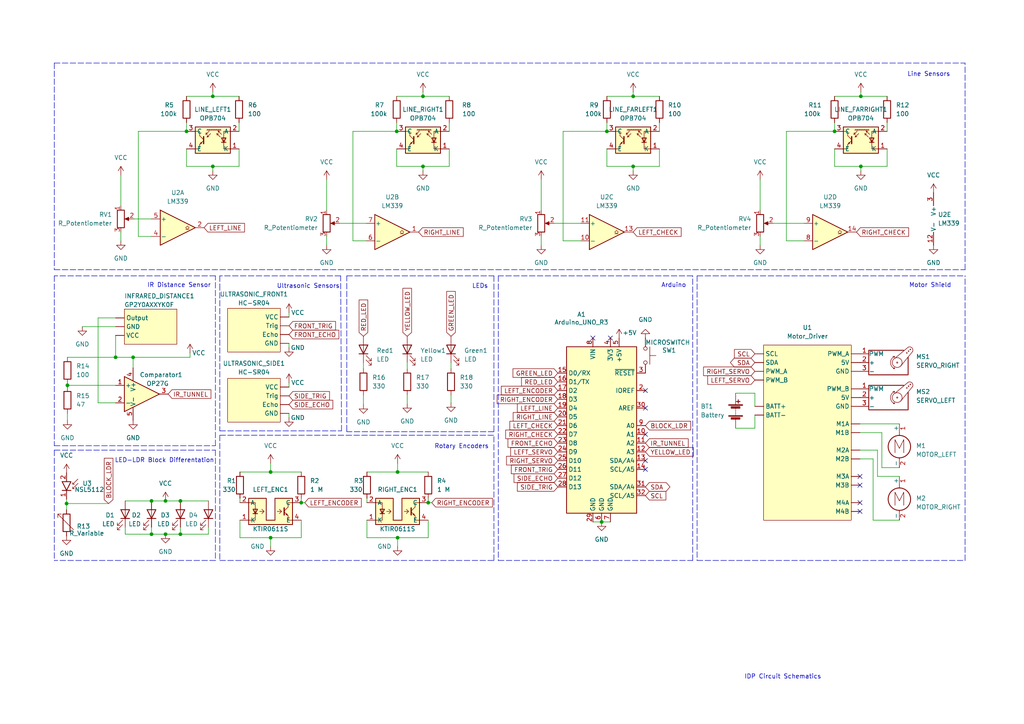
<source format=kicad_sch>
(kicad_sch (version 20211123) (generator eeschema)
  (paper "A4")
  (lib_symbols
    (symbol "Comparator:LM339" (pin_names (offset 0.127))
      (property "Reference" "U" (at 0 5.08 0))
      (property "Value" "LM339" (at 0 -5.08 0))
      (symbol "LM339_1_1"
        (pin open_collector line (at 7.62 0 180) (length 2.54) (name "~") (number "2"))
        (pin input line (at -7.62 -2.54 0) (length 2.54) (name "-") (number "4"))
        (pin input line (at -7.62 2.54 0) (length 2.54) (name "+") (number "5"))
      )
      (symbol "LM339_2_1"
        (pin open_collector line (at 7.62 0 180) (length 2.54) (name "~") (number "1"))
        (pin input line (at -7.62 -2.54 0) (length 2.54) (name "-") (number "6"))
        (pin input line (at -7.62 2.54 0) (length 2.54) (name "+") (number "7"))
      )
      (symbol "LM339_3_1"
        (pin input line (at -7.62 -2.54 0) (length 2.54) (name "-") (number "10"))
        (pin input line (at -7.62 2.54 0) (length 2.54) (name "+") (number "11"))
        (pin open_collector line (at 7.62 0 180) (length 2.54) (name "~") (number "13"))
      )
      (symbol "LM339_4_1"
        (pin open_collector line (at 7.62 0 180) (length 2.54) (name "~") (number "14"))
        (pin input line (at -7.62 -2.54 0) (length 2.54) (name "-") (number "8"))
        (pin input line (at -7.62 2.54 0) (length 2.54) (name "+") (number "9"))
      )
      (symbol "LM339_5_1"
        (pin power_in line (at -2.54 -7.62 90) (length 3.81) (name "V-") (number "12"))
        (pin power_in line (at -2.54 7.62 270) (length 3.81) (name "V+") (number "3"))
      )
    )
    (symbol "Device:Battery" (pin_numbers hide) (pin_names (offset 0) hide)
      (property "Reference" "BT" (at 2.54 2.54 0))
      (property "Value" "Battery" (at 2.54 0 0))
      (symbol "Battery_1_1"
        (pin passive line (at 0 5.08 270) (length 2.54) (name "+") (number "1"))
        (pin passive line (at 0 -5.08 90) (length 2.54) (name "-") (number "2"))
      )
    )
    (symbol "Device:LED" (pin_numbers hide) (pin_names (offset 1.016) hide)
      (property "Reference" "D" (at 0 2.54 0))
      (property "Value" "LED" (at 0 -2.54 0))
      (symbol "LED_1_1"
        (pin passive line (at -3.81 0 0) (length 2.54) (name "K") (number "1"))
        (pin passive line (at 3.81 0 180) (length 2.54) (name "A") (number "2"))
      )
    )
    (symbol "Device:R" (pin_numbers hide) (pin_names (offset 0))
      (property "Reference" "R" (at 2.032 0 90))
      (property "Value" "R" (at 0 0 90))
      (symbol "R_1_1"
        (pin passive line (at 0 3.81 270) (length 1.27) (name "~") (number "1"))
        (pin passive line (at 0 -3.81 90) (length 1.27) (name "~") (number "2"))
      )
    )
    (symbol "Device:R_Potentiometer" (pin_names (offset 1.016) hide)
      (property "Reference" "RV" (at -4.445 0 90))
      (property "Value" "R_Potentiometer" (at -2.54 0 90))
      (symbol "R_Potentiometer_1_1"
        (pin passive line (at 0 3.81 270) (length 1.27) (name "1") (number "1"))
        (pin passive line (at 3.81 0 180) (length 1.27) (name "2") (number "2"))
        (pin passive line (at 0 -3.81 90) (length 1.27) (name "3") (number "3"))
      )
    )
    (symbol "Device:R_Variable" (pin_numbers hide) (pin_names (offset 0))
      (property "Reference" "R" (at 2.54 -2.54 90))
      (property "Value" "R_Variable" (at -2.54 -1.27 90))
      (symbol "R_Variable_1_1"
        (pin passive line (at 0 3.81 270) (length 1.27) (name "~") (number "1"))
        (pin passive line (at 0 -3.81 90) (length 1.27) (name "~") (number "2"))
      )
    )
    (symbol "IEP:NSL5112"
      (property "Reference" "U" (at 6.35 5.08 0))
      (property "Value" "NSL5112" (at 0 5.08 0))
      (symbol "NSL5112_1_1"
        (pin passive line (at -2.54 0 0) (length 2.54) (name "") (number "1"))
        (pin passive line (at 5.08 0 180) (length 2.54) (name "") (number "2"))
      )
    )
    (symbol "Integrated_Design_Project:GP2Y0AXXYK0F"
      (property "Reference" "U" (at 0 10.16 0))
      (property "Value" "GP2Y0AXXYK0F" (at 0 7.62 0))
      (symbol "GP2Y0AXXYK0F_1_1"
        (pin power_in line (at -10.16 0 0) (length 2.54) (name "GND") (number ""))
        (pin output line (at -10.16 2.54 0) (length 2.54) (name "Output") (number ""))
        (pin power_in line (at -10.16 -2.54 0) (length 2.54) (name "VCC") (number ""))
      )
    )
    (symbol "Integrated_Design_Project:HC-SR04"
      (property "Reference" "U" (at 0 10.16 0))
      (property "Value" "HC-SR04" (at 0 6.35 0))
      (symbol "HC-SR04_1_1"
        (pin output line (at -10.16 -2.54 0) (length 2.54) (name "Echo") (number ""))
        (pin power_in line (at -10.16 -5.08 0) (length 2.54) (name "GND") (number ""))
        (pin input line (at -10.16 0 0) (length 2.54) (name "Trig") (number ""))
        (pin power_in line (at -10.16 2.54 0) (length 2.54) (name "VCC") (number ""))
      )
    )
    (symbol "Integrated_Design_Project:KTIR0611S"
      (property "Reference" "U" (at 0 5.08 0))
      (property "Value" "KTIR0611S" (at 0 7.62 0))
      (symbol "KTIR0611S_1_1"
        (pin passive line (at -8.89 -2.54 0) (length 2.54) (name "K") (number "1"))
        (pin passive line (at -8.89 2.54 0) (length 2.54) (name "A") (number "2"))
        (pin open_collector line (at 8.89 2.54 180) (length 2.54) (name "C") (number "3"))
        (pin open_emitter line (at 8.89 -2.54 180) (length 2.54) (name "E") (number "4"))
      )
    )
    (symbol "Integrated_Design_Project:Motor_Driver"
      (property "Reference" "U" (at 0 0 0))
      (property "Value" "Motor_Driver" (at 0 -2.54 0))
      (symbol "Motor_Driver_1_1"
        (pin power_out line (at 15.24 -20.32 180) (length 2.54) (name "5V") (number ""))
        (pin power_out line (at 15.24 -10.16 180) (length 2.54) (name "5V") (number ""))
        (pin power_in line (at -15.24 -22.86 0) (length 2.54) (name "BATT+") (number ""))
        (pin power_in line (at -15.24 -25.4 0) (length 2.54) (name "BATT-") (number ""))
        (pin power_out line (at 15.24 -22.86 180) (length 2.54) (name "GND") (number ""))
        (pin power_out line (at 15.24 -12.7 180) (length 2.54) (name "GND") (number ""))
        (pin bidirectional line (at 15.24 -27.94 180) (length 2.54) (name "M1A") (number ""))
        (pin bidirectional line (at 15.24 -30.48 180) (length 2.54) (name "M1B") (number ""))
        (pin bidirectional line (at 15.24 -35.56 180) (length 2.54) (name "M2A") (number ""))
        (pin bidirectional line (at 15.24 -38.1 180) (length 2.54) (name "M2B") (number ""))
        (pin bidirectional line (at 15.24 -43.18 180) (length 2.54) (name "M3A") (number ""))
        (pin bidirectional line (at 15.24 -45.72 180) (length 2.54) (name "M3B") (number ""))
        (pin bidirectional line (at 15.24 -50.8 180) (length 2.54) (name "M4A") (number ""))
        (pin bidirectional line (at 15.24 -53.34 180) (length 2.54) (name "M4B") (number ""))
        (pin input line (at -15.24 -12.7 0) (length 2.54) (name "PWM_A") (number ""))
        (pin input line (at 15.24 -7.62 180) (length 2.54) (name "PWM_A") (number ""))
        (pin input line (at -15.24 -15.24 0) (length 2.54) (name "PWM_B") (number ""))
        (pin output line (at 15.24 -17.78 180) (length 2.54) (name "PWM_B") (number ""))
        (pin input line (at -15.24 -7.62 0) (length 2.54) (name "SCL") (number ""))
        (pin input line (at -15.24 -10.16 0) (length 2.54) (name "SDA") (number ""))
      )
    )
    (symbol "Integrated_Design_Project:OPB704"
      (property "Reference" "U" (at 0 6.35 0))
      (property "Value" "OPB704" (at 0 8.89 0))
      (symbol "OPB704_1_1"
        (pin passive line (at -7.62 -2.54 0) (length 2.54) (name "K") (number "1"))
        (pin passive line (at -7.62 2.54 0) (length 2.54) (name "A") (number "2"))
        (pin open_collector line (at 7.62 2.54 180) (length 2.54) (name "C") (number "3"))
        (pin open_emitter line (at 7.62 -2.54 180) (length 2.54) (name "E") (number "4"))
      )
    )
    (symbol "MCU_Module:Arduino_UNO_R3"
      (property "Reference" "A" (at -10.16 23.495 0))
      (property "Value" "Arduino_UNO_R3" (at 5.08 -26.67 0))
      (symbol "Arduino_UNO_R3_1_1"
        (pin no_connect line (at -10.16 -20.32 0) (length 2.54) hide (name "NC") (number "1"))
        (pin bidirectional line (at 12.7 -2.54 180) (length 2.54) (name "A1") (number "10"))
        (pin bidirectional line (at 12.7 -5.08 180) (length 2.54) (name "A2") (number "11"))
        (pin bidirectional line (at 12.7 -7.62 180) (length 2.54) (name "A3") (number "12"))
        (pin bidirectional line (at 12.7 -10.16 180) (length 2.54) (name "SDA/A4") (number "13"))
        (pin bidirectional line (at 12.7 -12.7 180) (length 2.54) (name "SCL/A5") (number "14"))
        (pin bidirectional line (at -12.7 15.24 0) (length 2.54) (name "D0/RX") (number "15"))
        (pin bidirectional line (at -12.7 12.7 0) (length 2.54) (name "D1/TX") (number "16"))
        (pin bidirectional line (at -12.7 10.16 0) (length 2.54) (name "D2") (number "17"))
        (pin bidirectional line (at -12.7 7.62 0) (length 2.54) (name "D3") (number "18"))
        (pin bidirectional line (at -12.7 5.08 0) (length 2.54) (name "D4") (number "19"))
        (pin output line (at 12.7 10.16 180) (length 2.54) (name "IOREF") (number "2"))
        (pin bidirectional line (at -12.7 2.54 0) (length 2.54) (name "D5") (number "20"))
        (pin bidirectional line (at -12.7 0 0) (length 2.54) (name "D6") (number "21"))
        (pin bidirectional line (at -12.7 -2.54 0) (length 2.54) (name "D7") (number "22"))
        (pin bidirectional line (at -12.7 -5.08 0) (length 2.54) (name "D8") (number "23"))
        (pin bidirectional line (at -12.7 -7.62 0) (length 2.54) (name "D9") (number "24"))
        (pin bidirectional line (at -12.7 -10.16 0) (length 2.54) (name "D10") (number "25"))
        (pin bidirectional line (at -12.7 -12.7 0) (length 2.54) (name "D11") (number "26"))
        (pin bidirectional line (at -12.7 -15.24 0) (length 2.54) (name "D12") (number "27"))
        (pin bidirectional line (at -12.7 -17.78 0) (length 2.54) (name "D13") (number "28"))
        (pin power_in line (at -2.54 -27.94 90) (length 2.54) (name "GND") (number "29"))
        (pin input line (at 12.7 15.24 180) (length 2.54) (name "~{RESET}") (number "3"))
        (pin input line (at 12.7 5.08 180) (length 2.54) (name "AREF") (number "30"))
        (pin bidirectional line (at 12.7 -17.78 180) (length 2.54) (name "SDA/A4") (number "31"))
        (pin bidirectional line (at 12.7 -20.32 180) (length 2.54) (name "SCL/A5") (number "32"))
        (pin power_out line (at 2.54 25.4 270) (length 2.54) (name "3V3") (number "4"))
        (pin power_out line (at 5.08 25.4 270) (length 2.54) (name "+5V") (number "5"))
        (pin power_in line (at 0 -27.94 90) (length 2.54) (name "GND") (number "6"))
        (pin power_in line (at 2.54 -27.94 90) (length 2.54) (name "GND") (number "7"))
        (pin power_in line (at -2.54 25.4 270) (length 2.54) (name "VIN") (number "8"))
        (pin bidirectional line (at 12.7 0 180) (length 2.54) (name "A0") (number "9"))
      )
    )
    (symbol "Motor:Motor_DC" (pin_names (offset 0))
      (property "Reference" "M" (at 2.54 2.54 0))
      (property "Value" "Motor_DC" (at 2.54 -5.08 0))
      (symbol "Motor_DC_1_1"
        (pin passive line (at 0 5.08 270) (length 2.54) (name "+") (number "1"))
        (pin passive line (at 0 -7.62 90) (length 2.54) (name "-") (number "2"))
      )
    )
    (symbol "Motor:Motor_Servo" (pin_names (offset 0.0254))
      (property "Reference" "M" (at -5.08 4.445 0))
      (property "Value" "Motor_Servo" (at -5.08 -4.064 0))
      (symbol "Motor_Servo_1_1"
        (pin passive line (at -7.62 2.54 0) (length 2.54) (name "PWM") (number "1"))
        (pin passive line (at -7.62 0 0) (length 2.54) (name "+") (number "2"))
        (pin passive line (at -7.62 -2.54 0) (length 2.54) (name "-") (number "3"))
      )
    )
    (symbol "Switch:SW_MEC_5G" (pin_numbers hide) (pin_names (offset 1.016) hide)
      (property "Reference" "SW" (at 1.27 2.54 0))
      (property "Value" "SW_MEC_5G" (at 0 -1.524 0))
      (symbol "SW_MEC_5G_0_1"
        (pin passive line (at -5.08 0 0) (length 2.54) (name "A") (number "1"))
        (pin passive line (at 5.08 0 180) (length 2.54) (name "B") (number "3"))
      )
      (symbol "SW_MEC_5G_1_1"
        (pin passive line (at -5.08 0 0) (length 2.54) hide (name "A") (number "2"))
        (pin passive line (at 5.08 0 180) (length 2.54) hide (name "B") (number "4"))
      )
    )
    (symbol "power:+5V" (power) (pin_names (offset 0))
      (property "Value" "+5V" (at 0 3.556 0))
      (symbol "+5V_1_1"
        (pin power_in line (at 0 0 90) (length 0) hide (name "+5V") (number "1"))
      )
    )
    (symbol "power:GND" (power) (pin_names (offset 0))
      (property "Value" "GND" (at 0 -3.81 0))
      (symbol "GND_1_1"
        (pin power_in line (at 0 0 270) (length 0) hide (name "GND") (number "1"))
      )
    )
    (symbol "power:VCC" (power) (pin_names (offset 0))
      (property "Value" "VCC" (at 0 3.81 0))
      (symbol "VCC_1_1"
        (pin power_in line (at 0 0 90) (length 0) hide (name "VCC") (number "1"))
      )
    )
    (symbol "pspice:OPAMP" (pin_names (offset 0.254))
      (property "Reference" "U" (at 3.81 3.175 0))
      (property "Value" "OPAMP" (at 3.81 -3.175 0))
      (symbol "OPAMP_1_1"
        (pin input line (at -7.62 2.54 0) (length 2.54) (name "+") (number "1"))
        (pin input line (at -7.62 -2.54 0) (length 2.54) (name "-") (number "2"))
        (pin output line (at 7.62 0 180) (length 2.54) (name "~") (number "3"))
        (pin power_in line (at -2.54 7.62 270) (length 3.81) (name "V+") (number "4"))
        (pin power_in line (at -2.54 -7.62 90) (length 3.81) (name "V-") (number "5"))
      )
    )
  )
  (junction (at 115.316 136.906))
  (junction (at 183.642 27.94))
  (junction (at 124.206 145.796))
  (junction (at 43.942 154.94))
  (junction (at 249.682 27.94))
  (junction (at 48.006 145.288))
  (junction (at 52.324 154.94))
  (junction (at 61.722 48.26))
  (junction (at 249.682 48.26))
  (junction (at 38.608 103.632))
  (junction (at 48.006 154.94))
  (junction (at 43.942 145.288))
  (junction (at 61.722 27.94))
  (junction (at 54.102 38.1))
  (junction (at 122.682 27.94))
  (junction (at 52.324 145.288))
  (junction (at 174.498 151.384))
  (junction (at 115.316 155.956))
  (junction (at 19.558 111.76))
  (junction (at 78.486 155.956))
  (junction (at 176.022 38.1))
  (junction (at 33.528 103.632))
  (junction (at 19.304 146.05))
  (junction (at 115.062 38.1))
  (junction (at 87.376 145.796))
  (junction (at 183.642 48.26))
  (junction (at 122.682 48.26))
  (junction (at 242.062 38.1))
  (junction (at 78.486 136.906))
  (no_connect (at 187.198 125.984))
  (no_connect (at 177.038 98.044))
  (no_connect (at 249.428 148.336))
  (no_connect (at 171.958 98.044))
  (no_connect (at 249.428 138.176))
  (no_connect (at 249.428 140.716))
  (no_connect (at 187.198 118.364))
  (no_connect (at 249.428 145.796))
  (no_connect (at 187.198 136.144))
  (no_connect (at 187.198 133.604))
  (no_connect (at 187.198 113.284))
  (wire (pts (xy 115.316 136.906) (xy 124.206 136.906)))
  (wire (pts (xy 130.302 35.56) (xy 130.302 38.1)))
  (polyline (pts (xy 63.754 80.01) (xy 63.754 82.55)))
  (wire (pts (xy 249.428 122.936) (xy 260.858 122.936)))
  (wire (pts (xy 48.006 154.94) (xy 43.942 154.94)))
  (polyline (pts (xy 15.748 18.288) (xy 279.908 18.288)))
  (wire (pts (xy 253.238 133.096) (xy 253.238 150.876)))
  (wire (pts (xy 52.324 145.288) (xy 48.006 145.288)))
  (wire (pts (xy 83.82 119.888) (xy 83.82 121.158)))
  (polyline (pts (xy 15.748 78.232) (xy 279.908 78.232)))
  (polyline (pts (xy 200.914 162.56) (xy 200.914 80.01)))
  (wire (pts (xy 83.82 110.998) (xy 83.82 112.268)))
  (wire (pts (xy 242.062 48.26) (xy 242.062 43.18)))
  (wire (pts (xy 171.958 151.384) (xy 174.498 151.384)))
  (wire (pts (xy 106.426 155.956) (xy 115.316 155.956)))
  (wire (pts (xy 130.302 27.94) (xy 122.682 27.94)))
  (polyline (pts (xy 62.484 129.286) (xy 62.484 80.01)))
  (polyline (pts (xy 143.256 80.01) (xy 143.256 125.222)))
  (wire (pts (xy 122.682 26.67) (xy 122.682 27.94)))
  (polyline (pts (xy 63.754 162.56) (xy 143.256 162.56)))
  (wire (pts (xy 19.558 112.268) (xy 19.558 111.76)))
  (wire (pts (xy 183.642 49.53) (xy 183.642 48.26)))
  (wire (pts (xy 43.942 145.288) (xy 36.322 145.288)))
  (wire (pts (xy 183.642 48.26) (xy 176.022 48.26)))
  (wire (pts (xy 254.508 130.556) (xy 254.508 138.176)))
  (wire (pts (xy 60.452 154.94) (xy 60.452 152.908)))
  (polyline (pts (xy 100.584 124.968) (xy 100.584 80.01)))
  (polyline (pts (xy 15.748 80.01) (xy 15.748 129.286)))
  (wire (pts (xy 83.82 99.568) (xy 83.82 100.838)))
  (wire (pts (xy 122.682 48.26) (xy 115.062 48.26)))
  (polyline (pts (xy 202.184 162.56) (xy 279.908 162.56)))
  (wire (pts (xy 249.428 130.556) (xy 254.508 130.556)))
  (wire (pts (xy 249.682 27.94) (xy 242.062 27.94)))
  (wire (pts (xy 130.302 43.18) (xy 130.302 48.26)))
  (wire (pts (xy 78.486 155.956) (xy 87.376 155.956)))
  (wire (pts (xy 38.608 103.632) (xy 38.608 106.68)))
  (wire (pts (xy 69.596 155.956) (xy 78.486 155.956)))
  (wire (pts (xy 176.022 35.56) (xy 176.022 38.1)))
  (wire (pts (xy 257.302 27.94) (xy 249.682 27.94)))
  (wire (pts (xy 106.426 144.526) (xy 106.426 145.796)))
  (polyline (pts (xy 202.184 80.01) (xy 202.184 162.56)))
  (wire (pts (xy 54.102 38.1) (xy 40.132 38.1)))
  (polyline (pts (xy 15.748 130.556) (xy 62.484 130.556)))
  (wire (pts (xy 33.528 97.282) (xy 33.528 103.632)))
  (wire (pts (xy 102.362 38.1) (xy 102.362 69.85)))
  (wire (pts (xy 60.452 154.94) (xy 52.324 154.94)))
  (wire (pts (xy 61.722 49.53) (xy 61.722 48.26)))
  (wire (pts (xy 174.498 151.384) (xy 177.038 151.384)))
  (wire (pts (xy 191.262 27.94) (xy 183.642 27.94)))
  (wire (pts (xy 249.428 125.476) (xy 255.778 125.476)))
  (wire (pts (xy 130.81 114.554) (xy 130.81 116.84)))
  (polyline (pts (xy 15.748 129.286) (xy 62.484 129.286)))
  (wire (pts (xy 176.022 48.26) (xy 176.022 43.18)))
  (wire (pts (xy 115.316 134.366) (xy 115.316 136.906)))
  (wire (pts (xy 87.376 144.526) (xy 87.376 145.796)))
  (wire (pts (xy 124.206 145.796) (xy 125.222 145.796)))
  (wire (pts (xy 163.322 38.1) (xy 176.022 38.1)))
  (wire (pts (xy 253.238 150.876) (xy 260.858 150.876)))
  (wire (pts (xy 40.132 38.1) (xy 40.132 68.58)))
  (wire (pts (xy 54.102 48.26) (xy 54.102 43.18)))
  (wire (pts (xy 218.948 114.046) (xy 218.948 117.856)))
  (wire (pts (xy 23.876 94.742) (xy 33.528 94.742)))
  (wire (pts (xy 249.682 49.53) (xy 249.682 48.26)))
  (wire (pts (xy 40.132 68.58) (xy 43.942 68.58)))
  (wire (pts (xy 94.742 68.58) (xy 94.742 71.12)))
  (wire (pts (xy 61.722 48.26) (xy 54.102 48.26)))
  (wire (pts (xy 257.302 43.18) (xy 257.302 48.26)))
  (polyline (pts (xy 279.908 162.56) (xy 279.908 80.01)))
  (wire (pts (xy 52.324 145.288) (xy 60.452 145.288)))
  (wire (pts (xy 242.062 35.56) (xy 242.062 38.1)))
  (polyline (pts (xy 63.754 82.55) (xy 63.754 124.968)))
  (wire (pts (xy 218.948 124.206) (xy 213.36 124.206)))
  (wire (pts (xy 115.062 48.26) (xy 115.062 43.18)))
  (wire (pts (xy 220.472 52.07) (xy 220.472 60.96)))
  (wire (pts (xy 130.302 48.26) (xy 122.682 48.26)))
  (polyline (pts (xy 63.754 126.238) (xy 143.256 126.238)))
  (wire (pts (xy 38.608 103.632) (xy 33.528 103.632)))
  (polyline (pts (xy 143.256 125.222) (xy 100.584 125.222)))
  (polyline (pts (xy 279.908 78.232) (xy 279.908 18.288)))
  (wire (pts (xy 122.682 27.94) (xy 115.062 27.94)))
  (wire (pts (xy 105.41 106.934) (xy 105.41 105.156)))
  (wire (pts (xy 61.722 26.67) (xy 61.722 27.94)))
  (wire (pts (xy 36.322 154.94) (xy 43.942 154.94)))
  (wire (pts (xy 218.948 124.206) (xy 218.948 120.396)))
  (wire (pts (xy 19.304 146.05) (xy 19.304 147.828)))
  (wire (pts (xy 255.778 135.636) (xy 255.778 125.476)))
  (wire (pts (xy 69.342 48.26) (xy 61.722 48.26)))
  (wire (pts (xy 38.862 63.5) (xy 43.942 63.5)))
  (wire (pts (xy 19.558 111.252) (xy 19.558 111.76)))
  (wire (pts (xy 191.262 48.26) (xy 183.642 48.26)))
  (polyline (pts (xy 62.484 130.556) (xy 62.484 162.56)))
  (wire (pts (xy 163.322 38.1) (xy 163.322 69.85)))
  (wire (pts (xy 163.322 69.85) (xy 168.402 69.85)))
  (wire (pts (xy 249.682 48.26) (xy 242.062 48.26)))
  (wire (pts (xy 54.102 35.56) (xy 54.102 38.1)))
  (polyline (pts (xy 63.754 124.968) (xy 99.06 124.968)))
  (wire (pts (xy 52.324 154.94) (xy 48.006 154.94)))
  (wire (pts (xy 105.41 114.554) (xy 105.41 117.348)))
  (wire (pts (xy 83.82 90.678) (xy 83.82 91.948)))
  (wire (pts (xy 35.052 67.31) (xy 35.052 69.85)))
  (polyline (pts (xy 100.584 125.222) (xy 100.584 124.714)))
  (wire (pts (xy 249.682 26.67) (xy 249.682 27.94)))
  (polyline (pts (xy 15.748 18.288) (xy 15.748 78.232)))
  (wire (pts (xy 191.262 35.56) (xy 191.262 38.1)))
  (wire (pts (xy 213.36 114.046) (xy 218.948 114.046)))
  (wire (pts (xy 78.486 155.956) (xy 78.486 158.496)))
  (polyline (pts (xy 144.526 162.56) (xy 200.914 162.56)))
  (wire (pts (xy 220.472 68.58) (xy 220.472 71.12)))
  (wire (pts (xy 228.092 38.1) (xy 242.062 38.1)))
  (wire (pts (xy 228.092 69.85) (xy 233.172 69.85)))
  (wire (pts (xy 33.528 111.76) (xy 19.558 111.76)))
  (wire (pts (xy 118.11 114.554) (xy 118.11 117.094)))
  (wire (pts (xy 33.528 92.202) (xy 28.448 92.202)))
  (wire (pts (xy 257.302 35.56) (xy 257.302 38.1)))
  (wire (pts (xy 115.316 155.956) (xy 124.206 155.956)))
  (wire (pts (xy 78.486 136.906) (xy 87.376 136.906)))
  (wire (pts (xy 35.052 50.8) (xy 35.052 59.69)))
  (polyline (pts (xy 144.526 80.01) (xy 144.526 162.56)))
  (wire (pts (xy 224.282 64.77) (xy 233.172 64.77)))
  (polyline (pts (xy 15.748 130.556) (xy 15.748 162.56)))
  (wire (pts (xy 55.118 103.632) (xy 38.608 103.632)))
  (wire (pts (xy 94.742 52.07) (xy 94.742 60.96)))
  (wire (pts (xy 48.006 145.288) (xy 43.942 145.288)))
  (wire (pts (xy 36.322 152.908) (xy 36.322 154.94)))
  (wire (pts (xy 69.596 150.876) (xy 69.596 155.956)))
  (wire (pts (xy 43.942 154.94) (xy 43.942 152.908)))
  (wire (pts (xy 69.342 27.94) (xy 61.722 27.94)))
  (wire (pts (xy 69.342 43.18) (xy 69.342 48.26)))
  (polyline (pts (xy 143.256 162.56) (xy 143.256 126.238)))
  (wire (pts (xy 156.972 68.58) (xy 156.972 71.12)))
  (wire (pts (xy 87.376 155.956) (xy 87.376 150.876)))
  (wire (pts (xy 156.972 52.07) (xy 156.972 60.96)))
  (polyline (pts (xy 63.754 126.238) (xy 63.754 162.56)))
  (wire (pts (xy 102.362 69.85) (xy 106.172 69.85)))
  (wire (pts (xy 31.496 146.05) (xy 19.304 146.05)))
  (wire (pts (xy 254.508 138.176) (xy 260.858 138.176)))
  (wire (pts (xy 61.722 27.94) (xy 54.102 27.94)))
  (wire (pts (xy 124.206 144.526) (xy 124.206 145.796)))
  (wire (pts (xy 115.316 136.906) (xy 106.426 136.906)))
  (polyline (pts (xy 200.914 80.01) (xy 144.526 80.01)))
  (wire (pts (xy 98.552 64.77) (xy 106.172 64.77)))
  (wire (pts (xy 124.206 155.956) (xy 124.206 150.876)))
  (wire (pts (xy 28.448 116.84) (xy 33.528 116.84)))
  (wire (pts (xy 52.324 154.94) (xy 52.324 152.908)))
  (wire (pts (xy 78.486 136.906) (xy 69.596 136.906)))
  (wire (pts (xy 87.376 145.796) (xy 88.392 145.796)))
  (polyline (pts (xy 62.484 162.56) (xy 15.748 162.56)))
  (wire (pts (xy 257.302 48.26) (xy 249.682 48.26)))
  (wire (pts (xy 115.062 35.56) (xy 115.062 38.1)))
  (polyline (pts (xy 202.184 80.01) (xy 279.908 80.01)))
  (wire (pts (xy 228.092 38.1) (xy 228.092 69.85)))
  (wire (pts (xy 118.11 106.934) (xy 118.11 105.156)))
  (wire (pts (xy 69.342 35.56) (xy 69.342 38.1)))
  (polyline (pts (xy 99.06 124.968) (xy 98.806 80.01)))
  (wire (pts (xy 69.596 144.526) (xy 69.596 145.796)))
  (wire (pts (xy 122.682 49.53) (xy 122.682 48.26)))
  (wire (pts (xy 115.316 158.496) (xy 115.316 155.956)))
  (polyline (pts (xy 62.484 80.01) (xy 15.748 80.01)))
  (wire (pts (xy 130.81 106.934) (xy 130.81 105.156)))
  (wire (pts (xy 183.642 26.67) (xy 183.642 27.94)))
  (wire (pts (xy 106.426 150.876) (xy 106.426 155.956)))
  (wire (pts (xy 260.858 135.636) (xy 255.778 135.636)))
  (wire (pts (xy 19.304 144.78) (xy 19.304 146.05)))
  (polyline (pts (xy 100.584 80.01) (xy 143.256 80.01)))
  (wire (pts (xy 55.118 102.362) (xy 55.118 103.632)))
  (wire (pts (xy 102.362 38.1) (xy 115.062 38.1)))
  (wire (pts (xy 19.558 121.92) (xy 19.558 119.888)))
  (wire (pts (xy 33.528 103.632) (xy 19.558 103.632)))
  (wire (pts (xy 160.782 64.77) (xy 168.402 64.77)))
  (wire (pts (xy 28.448 92.202) (xy 28.448 116.84)))
  (wire (pts (xy 249.428 133.096) (xy 253.238 133.096)))
  (wire (pts (xy 191.262 43.18) (xy 191.262 48.26)))
  (polyline (pts (xy 98.806 80.01) (xy 63.754 80.01)))
  (wire (pts (xy 183.642 27.94) (xy 176.022 27.94)))
  (wire (pts (xy 78.486 134.366) (xy 78.486 136.906)))
  (text "Motor Shield\n" (at 263.652 83.566 0) (effects (font (size 1.27 1.27)) (justify left bottom)))
  (text "LEDs" (at 136.906 83.82 0) (effects (font (size 1.27 1.27)) (justify left bottom)))
  (text "Rotary Encoders\n" (at 125.984 130.302 0) (effects (font (size 1.27 1.27)) (justify left bottom)))
  (text "Ultrasonic Sensors" (at 80.264 83.82 0) (effects (font (size 1.27 1.27)) (justify left bottom)))
  (text "LED-LDR Block Differentation\n" (at 33.274 134.366 0) (effects (font (size 1.27 1.27)) (justify left bottom)))
  (text "Arduino" (at 191.77 83.566 0) (effects (font (size 1.27 1.27)) (justify left bottom)))
  (text "IDP Circuit Schematics\n" (at 215.9 197.104 0) (effects (font (size 1.27 1.27)) (justify left bottom)))
  (text "Line Sensors\n" (at 263.144 22.352 0) (effects (font (size 1.27 1.27)) (justify left bottom)))
  (text "IR Distance Sensor" (at 42.672 83.566 0) (effects (font (size 1.27 1.27)) (justify left bottom)))
  (global_label "SDA" (shape bidirectional) (at 218.948 105.156 180) (property "Intersheet References" "${INTERSHEET_REFS}" (effects hide)))
  (global_label "FRONT_TRIG" (shape input) (at 83.82 94.488 0) (property "Intersheet References" "${INTERSHEET_REFS}" (effects hide)))
  (global_label "LEFT_CHECK" (shape input) (at 161.798 123.444 180) (property "Intersheet References" "${INTERSHEET_REFS}" (effects hide)))
  (global_label "GREEN_LED" (shape input) (at 161.798 108.204 180) (property "Intersheet References" "${INTERSHEET_REFS}" (effects hide)))
  (global_label "GREEN_LED" (shape input) (at 130.81 97.536 90) (property "Intersheet References" "${INTERSHEET_REFS}" (effects hide)))
  (global_label "IR_TUNNEL" (shape input) (at 187.198 128.524 0) (property "Intersheet References" "${INTERSHEET_REFS}" (effects hide)))
  (global_label "RIGHT_CHECK" (shape input) (at 161.798 125.984 180) (property "Intersheet References" "${INTERSHEET_REFS}" (effects hide)))
  (global_label "RIGHT_CHECK" (shape input) (at 248.412 67.31 0) (property "Intersheet References" "${INTERSHEET_REFS}" (effects hide)))
  (global_label "YELLOW_LED" (shape input) (at 118.11 97.536 90) (property "Intersheet References" "${INTERSHEET_REFS}" (effects hide)))
  (global_label "RIGHT_ENCODER" (shape input) (at 161.798 115.824 180) (property "Intersheet References" "${INTERSHEET_REFS}" (effects hide)))
  (global_label "FRONT_ECHO" (shape input) (at 161.798 128.524 180) (property "Intersheet References" "${INTERSHEET_REFS}" (effects hide)))
  (global_label "IR_TUNNEL" (shape input) (at 48.768 114.3 0) (property "Intersheet References" "${INTERSHEET_REFS}" (effects hide)))
  (global_label "BLOCK_LDR" (shape input) (at 31.496 146.05 90) (property "Intersheet References" "${INTERSHEET_REFS}" (effects hide)))
  (global_label "FRONT_TRIG" (shape input) (at 161.798 136.144 180) (property "Intersheet References" "${INTERSHEET_REFS}" (effects hide)))
  (global_label "RIGHT_LINE" (shape input) (at 161.798 120.904 180) (property "Intersheet References" "${INTERSHEET_REFS}" (effects hide)))
  (global_label "YELLOW_LED" (shape input) (at 187.198 131.064 0) (property "Intersheet References" "${INTERSHEET_REFS}" (effects hide)))
  (global_label "SCL" (shape input) (at 218.948 102.616 180) (property "Intersheet References" "${INTERSHEET_REFS}" (effects hide)))
  (global_label "RIGHT_LINE" (shape input) (at 121.412 67.31 0) (property "Intersheet References" "${INTERSHEET_REFS}" (effects hide)))
  (global_label "SIDE_TRIG" (shape input) (at 161.798 141.224 180) (property "Intersheet References" "${INTERSHEET_REFS}" (effects hide)))
  (global_label "RIGHT_SERVO" (shape input) (at 218.948 107.696 180) (property "Intersheet References" "${INTERSHEET_REFS}" (effects hide)))
  (global_label "SIDE_TRIG" (shape input) (at 83.82 114.808 0) (property "Intersheet References" "${INTERSHEET_REFS}" (effects hide)))
  (global_label "BLOCK_LDR" (shape input) (at 187.198 123.444 0) (property "Intersheet References" "${INTERSHEET_REFS}" (effects hide)))
  (global_label "RIGHT_SERVO" (shape input) (at 161.798 133.604 180) (property "Intersheet References" "${INTERSHEET_REFS}" (effects hide)))
  (global_label "LEFT_SERVO" (shape input) (at 218.948 110.236 180) (property "Intersheet References" "${INTERSHEET_REFS}" (effects hide)))
  (global_label "LEFT_SERVO" (shape input) (at 161.798 131.064 180) (property "Intersheet References" "${INTERSHEET_REFS}" (effects hide)))
  (global_label "SDA" (shape bidirectional) (at 187.198 141.224 0) (property "Intersheet References" "${INTERSHEET_REFS}" (effects hide)))
  (global_label "RED_LED" (shape input) (at 161.798 110.744 180) (property "Intersheet References" "${INTERSHEET_REFS}" (effects hide)))
  (global_label "SIDE_ECHO" (shape input) (at 161.798 138.684 180) (property "Intersheet References" "${INTERSHEET_REFS}" (effects hide)))
  (global_label "LEFT_ENCODER" (shape input) (at 161.798 113.284 180) (property "Intersheet References" "${INTERSHEET_REFS}" (effects hide)))
  (global_label "RED_LED" (shape input) (at 105.41 97.536 90) (property "Intersheet References" "${INTERSHEET_REFS}" (effects hide)))
  (global_label "LEFT_LINE" (shape input) (at 59.182 66.04 0) (property "Intersheet References" "${INTERSHEET_REFS}" (effects hide)))
  (global_label "LEFT_LINE" (shape input) (at 161.798 118.364 180) (property "Intersheet References" "${INTERSHEET_REFS}" (effects hide)))
  (global_label "LEFT_CHECK" (shape input) (at 183.642 67.31 0) (property "Intersheet References" "${INTERSHEET_REFS}" (effects hide)))
  (global_label "LEFT_ENCODER" (shape input) (at 88.392 145.796 0) (property "Intersheet References" "${INTERSHEET_REFS}" (effects hide)))
  (global_label "FRONT_ECHO" (shape input) (at 83.82 97.028 0) (property "Intersheet References" "${INTERSHEET_REFS}" (effects hide)))
  (global_label "SCL" (shape input) (at 187.198 143.764 0) (property "Intersheet References" "${INTERSHEET_REFS}" (effects hide)))
  (global_label "RIGHT_ENCODER" (shape input) (at 125.222 145.796 0) (property "Intersheet References" "${INTERSHEET_REFS}" (effects hide)))
  (global_label "SIDE_ECHO" (shape input) (at 83.82 117.348 0) (property "Intersheet References" "${INTERSHEET_REFS}" (effects hide)))
  (symbol (lib_id "power:VCC") (at 48.006 145.288 0) (mirror y) (unit 1)
    (property "Reference" "#PWR039" (effects hide))
    (property "Value" "VCC" (at 48.006 140.208 0))
  )
  (symbol (lib_id "Integrated_Design_Project:KTIR0611S") (at 78.486 148.336 0) (unit 1)
    (property "Reference" "LEFT_ENC1" (at 78.486 141.986 0))
    (property "Value" "KTIR0611S" (at 78.486 153.416 0))
  )
  (symbol (lib_id "Device:R") (at 130.302 31.75 0) (mirror y) (unit 1)
    (property "Reference" "R8" (at 136.652 30.48 0) (effects (justify left)))
    (property "Value" "100" (at 137.922 33.02 0) (effects (justify left)))
  )
  (symbol (lib_id "power:GND") (at 48.006 154.94 0) (mirror y) (unit 1)
    (property "Reference" "#PWR040" (effects hide))
    (property "Value" "GND" (at 48.006 160.02 0))
  )
  (symbol (lib_id "power:GND") (at 183.642 49.53 0) (mirror y) (unit 1)
    (property "Reference" "#PWR022" (effects hide))
    (property "Value" "GND" (at 183.642 54.61 0))
  )
  (symbol (lib_id "Comparator:LM339") (at 240.792 67.31 0) (unit 4)
    (property "Reference" "U2" (at 240.792 57.15 0))
    (property "Value" "LM339" (at 240.792 59.69 0))
    (property "Datasheet" "https://www.st.com/resource/en/datasheet/lm139.pdf" (effects hide))
  )
  (symbol (lib_id "power:VCC") (at 35.052 50.8 0) (unit 1)
    (property "Reference" "#PWR025" (effects hide))
    (property "Value" "VCC" (at 35.052 45.72 0))
  )
  (symbol (lib_id "Device:R_Potentiometer") (at 156.972 64.77 0) (unit 1)
    (property "Reference" "RV3" (at 154.432 63.4999 0) (effects (justify right)))
    (property "Value" "R_Potentiometer" (at 154.432 66.0399 0) (effects (justify right)))
  )
  (symbol (lib_id "Integrated_Design_Project:HC-SR04") (at 73.66 114.808 0) (mirror y) (unit 1)
    (property "Reference" "ULTRASONIC_SIDE1" (at 73.66 105.41 0))
    (property "Value" "HC-SR04" (at 73.66 107.95 0))
  )
  (symbol (lib_id "Device:LED") (at 105.41 101.346 90) (unit 1)
    (property "Reference" "Red1" (at 109.22 101.6634 90) (effects (justify right)))
    (property "Value" "LED" (at 109.22 104.2034 90) (effects (justify right)))
  )
  (symbol (lib_id "power:GND") (at 122.682 49.53 0) (mirror y) (unit 1)
    (property "Reference" "#PWR020" (effects hide))
    (property "Value" "GND" (at 122.682 54.61 0))
  )
  (symbol (lib_id "MCU_Module:Arduino_UNO_R3") (at 174.498 123.444 0) (unit 1)
    (property "Reference" "A1" (at 167.386 91.186 0) (effects (justify left)))
    (property "Value" "Arduino_UNO_R3" (at 160.782 93.472 0) (effects (justify left)))
    (property "Footprint" "Module:Arduino_UNO_R3" (effects hide))
    (property "Datasheet" "https://www.arduino.cc/en/Main/arduinoBoardUno" (effects hide))
  )
  (symbol (lib_id "Integrated_Design_Project:GP2Y0AXXYK0F") (at 43.688 94.742 0) (unit 1)
    (property "Reference" "INFRARED_DISTANCE1" (at 36.068 85.852 0) (effects (justify left)))
    (property "Value" "GP2Y0AXXYK0F" (at 36.068 88.392 0) (effects (justify left)))
  )
  (symbol (lib_id "power:GND") (at 35.052 69.85 0) (unit 1)
    (property "Reference" "#PWR026" (effects hide))
    (property "Value" "GND" (at 35.052 74.93 0))
  )
  (symbol (lib_id "Integrated_Design_Project:OPB704") (at 122.682 40.64 0) (mirror y) (unit 1)
    (property "Reference" "LINE_RIGHT1" (at 122.682 31.75 0))
    (property "Value" "OPB704" (at 122.682 34.29 0))
  )
  (symbol (lib_id "IEP:NSL5112") (at 19.304 142.24 270) (mirror x) (unit 1)
    (property "Reference" "U3" (at 26.67 140.208 90) (effects (justify right)))
    (property "Value" "NSL5112" (at 30.226 141.986 90) (effects (justify right)))
  )
  (symbol (lib_id "Integrated_Design_Project:OPB704") (at 61.722 40.64 0) (mirror y) (unit 1)
    (property "Reference" "LINE_LEFT1" (at 61.722 31.75 0))
    (property "Value" "OPB704" (at 61.722 34.29 0))
  )
  (symbol (lib_id "power:GND") (at 130.81 116.84 0) (unit 1)
    (property "Reference" "#PWR017" (effects hide))
    (property "Value" "GND" (at 130.81 121.92 0))
  )
  (symbol (lib_id "power:VCC") (at 19.304 137.16 0) (mirror y) (unit 1)
    (property "Reference" "#PWR037" (effects hide))
    (property "Value" "VCC" (at 19.304 132.08 0))
  )
  (symbol (lib_id "power:VCC") (at 115.316 134.366 0) (unit 1)
    (property "Reference" "#PWR05" (effects hide))
    (property "Value" "VCC" (at 115.316 129.286 0))
  )
  (symbol (lib_id "Motor:Motor_DC") (at 260.858 128.016 0) (unit 1)
    (property "Reference" "M1" (at 265.684 129.2859 0) (effects (justify left)))
    (property "Value" "MOTOR_LEFT" (at 265.684 131.8259 0) (effects (justify left)))
  )
  (symbol (lib_id "power:GND") (at 105.41 117.348 0) (unit 1)
    (property "Reference" "#PWR09" (effects hide))
    (property "Value" "GND" (at 105.41 122.428 0))
  )
  (symbol (lib_id "power:GND") (at 23.876 94.742 0) (unit 1)
    (property "Reference" "#PWR01" (effects hide))
    (property "Value" "GND" (at 23.876 99.822 0))
  )
  (symbol (lib_id "Device:R") (at 130.81 110.744 0) (unit 1)
    (property "Reference" "R18" (at 133.35 109.4739 0) (effects (justify left)))
    (property "Value" "330" (at 133.35 112.0139 0) (effects (justify left)))
  )
  (symbol (lib_id "power:VCC") (at 61.722 26.67 0) (mirror y) (unit 1)
    (property "Reference" "#PWR015" (effects hide))
    (property "Value" "VCC" (at 61.722 21.59 0))
  )
  (symbol (lib_id "Integrated_Design_Project:OPB704") (at 183.642 40.64 0) (mirror y) (unit 1)
    (property "Reference" "LINE_FARLEFT1" (at 183.642 31.75 0))
    (property "Value" "OPB704" (at 183.642 34.29 0))
  )
  (symbol (lib_id "Device:R") (at 69.596 140.716 0) (unit 1)
    (property "Reference" "R1" (at 65.786 139.446 0) (effects (justify left)))
    (property "Value" "330" (at 64.516 141.986 0) (effects (justify left)))
  )
  (symbol (lib_id "power:VCC") (at 83.82 90.678 0) (unit 1)
    (property "Reference" "#PWR010" (effects hide))
    (property "Value" "VCC" (at 86.36 90.678 0))
  )
  (symbol (lib_id "Device:R") (at 106.426 140.716 0) (unit 1)
    (property "Reference" "R3" (at 102.616 139.446 0) (effects (justify left)))
    (property "Value" "330" (at 101.346 141.986 0) (effects (justify left)))
  )
  (symbol (lib_id "power:VCC") (at 78.486 134.366 0) (unit 1)
    (property "Reference" "#PWR03" (effects hide))
    (property "Value" "VCC" (at 78.486 129.286 0))
  )
  (symbol (lib_id "Device:LED") (at 118.11 101.346 90) (unit 1)
    (property "Reference" "Yellow1" (at 121.92 101.6634 90) (effects (justify right)))
    (property "Value" "LED" (at 121.92 104.2034 90) (effects (justify right)))
  )
  (symbol (lib_id "Motor:Motor_DC") (at 260.858 143.256 0) (unit 1)
    (property "Reference" "M2" (at 265.684 144.5259 0) (effects (justify left)))
    (property "Value" "MOTOR_RIGHT" (at 265.684 147.0659 0) (effects (justify left)))
  )
  (symbol (lib_id "Comparator:LM339") (at 113.792 67.31 0) (unit 2)
    (property "Reference" "U2" (at 113.792 57.15 0))
    (property "Value" "LM339" (at 113.792 59.69 0))
    (property "Datasheet" "https://www.st.com/resource/en/datasheet/lm139.pdf" (effects hide))
  )
  (symbol (lib_id "power:GND") (at 19.304 155.448 0) (mirror y) (unit 1)
    (property "Reference" "#PWR038" (effects hide))
    (property "Value" "GND" (at 19.304 160.528 0))
  )
  (symbol (lib_id "Comparator:LM339") (at 273.304 63.5 0) (unit 5)
    (property "Reference" "U2" (at 272.034 62.2299 0) (effects (justify left)))
    (property "Value" "LM339" (at 272.034 64.7699 0) (effects (justify left)))
    (property "Datasheet" "https://www.st.com/resource/en/datasheet/lm139.pdf" (effects hide))
  )
  (symbol (lib_id "Switch:SW_MEC_5G") (at 187.198 103.124 270) (unit 1)
    (property "Reference" "SW1" (at 192.024 101.6 90) (effects (justify left)))
    (property "Value" "MICROSWITCH" (at 187.198 99.314 90) (effects (justify left)))
    (property "Datasheet" "http://www.apem.com/int/index.php?controller=attachment&id_attachment=488" (effects hide))
  )
  (symbol (lib_id "power:VCC") (at 270.764 55.88 0) (unit 1)
    (property "Reference" "#PWR033" (effects hide))
    (property "Value" "VCC" (at 270.764 50.8 0))
  )
  (symbol (lib_id "power:VCC") (at 249.682 26.67 0) (mirror y) (unit 1)
    (property "Reference" "#PWR023" (effects hide))
    (property "Value" "VCC" (at 249.682 21.59 0))
  )
  (symbol (lib_id "power:GND") (at 38.608 121.92 0) (unit 1)
    (property "Reference" "#PWR07" (effects hide))
    (property "Value" "GND" (at 38.608 127 0))
  )
  (symbol (lib_id "power:GND") (at 156.972 71.12 0) (unit 1)
    (property "Reference" "#PWR030" (effects hide))
    (property "Value" "GND" (at 156.972 76.2 0))
  )
  (symbol (lib_id "Device:R_Variable") (at 19.304 151.638 0) (mirror y) (unit 1)
    (property "Reference" "R13" (at 26.162 152.654 0) (effects (justify left)))
    (property "Value" "R_Variable" (at 30.226 154.686 0) (effects (justify left)))
  )
  (symbol (lib_id "Integrated_Design_Project:OPB704") (at 249.682 40.64 0) (mirror y) (unit 1)
    (property "Reference" "LINE_FARRIGHT1" (at 249.682 31.75 0))
    (property "Value" "OPB704" (at 249.682 34.29 0))
  )
  (symbol (lib_id "Device:R_Potentiometer") (at 35.052 63.5 0) (unit 1)
    (property "Reference" "RV1" (at 32.512 62.2299 0) (effects (justify right)))
    (property "Value" "R_Potentiometer" (at 32.512 64.7699 0) (effects (justify right)))
  )
  (symbol (lib_id "power:GND") (at 83.82 121.158 0) (unit 1)
    (property "Reference" "#PWR013" (effects hide))
    (property "Value" "GND" (at 86.36 121.158 0))
  )
  (symbol (lib_id "power:VCC") (at 220.472 52.07 0) (unit 1)
    (property "Reference" "#PWR031" (effects hide))
    (property "Value" "VCC" (at 220.472 46.99 0))
  )
  (symbol (lib_id "Device:R") (at 118.11 110.744 0) (unit 1)
    (property "Reference" "R17" (at 120.65 109.4739 0) (effects (justify left)))
    (property "Value" "330" (at 120.65 112.0139 0) (effects (justify left)))
  )
  (symbol (lib_id "power:VCC") (at 122.682 26.67 0) (mirror y) (unit 1)
    (property "Reference" "#PWR019" (effects hide))
    (property "Value" "VCC" (at 122.682 21.59 0))
  )
  (symbol (lib_id "Integrated_Design_Project:KTIR0611S") (at 115.316 148.336 0) (unit 1)
    (property "Reference" "RIGHT_ENC1" (at 115.316 141.986 0))
    (property "Value" "KTIR0611S" (at 115.316 153.416 0))
  )
  (symbol (lib_id "power:GND") (at 187.198 98.044 180) (unit 1)
    (property "Reference" "#PWR036" (effects hide))
    (property "Value" "GND" (at 187.198 92.71 0))
  )
  (symbol (lib_id "power:VCC") (at 83.82 110.998 0) (unit 1)
    (property "Reference" "#PWR012" (effects hide))
    (property "Value" "VCC" (at 86.36 110.998 0))
  )
  (symbol (lib_id "Device:R") (at 69.342 31.75 0) (mirror y) (unit 1)
    (property "Reference" "R6" (at 71.882 30.4799 0) (effects (justify right)))
    (property "Value" "100" (at 71.882 33.0199 0) (effects (justify right)))
  )
  (symbol (lib_id "Motor:Motor_Servo") (at 257.048 115.316 0) (unit 1)
    (property "Reference" "MS2" (at 265.684 113.6125 0) (effects (justify left)))
    (property "Value" "SERVO_LEFT" (at 265.684 116.1525 0) (effects (justify left)))
  )
  (symbol (lib_id "Device:LED") (at 52.324 149.098 270) (mirror x) (unit 1)
    (property "Reference" "D3" (at 49.276 149.4154 90) (effects (justify right)))
    (property "Value" "LED" (at 49.276 151.9554 90) (effects (justify right)))
  )
  (symbol (lib_id "Device:R") (at 115.062 31.75 0) (mirror y) (unit 1)
    (property "Reference" "R7" (at 108.712 30.48 0) (effects (justify right)))
    (property "Value" "100k" (at 107.442 33.02 0) (effects (justify right)))
  )
  (symbol (lib_id "Motor:Motor_Servo") (at 257.048 105.156 0) (unit 1)
    (property "Reference" "MS1" (at 265.684 103.4525 0) (effects (justify left)))
    (property "Value" "SERVO_RIGHT" (at 265.684 105.9925 0) (effects (justify left)))
  )
  (symbol (lib_id "Device:LED") (at 43.942 149.098 270) (mirror x) (unit 1)
    (property "Reference" "D2" (at 40.894 149.4154 90) (effects (justify right)))
    (property "Value" "LED" (at 40.894 151.9554 90) (effects (justify right)))
  )
  (symbol (lib_id "Device:LED") (at 36.322 149.098 270) (mirror x) (unit 1)
    (property "Reference" "D1" (at 33.274 149.4154 90) (effects (justify right)))
    (property "Value" "LED" (at 33.274 151.9554 90) (effects (justify right)))
  )
  (symbol (lib_id "power:VCC") (at 94.742 52.07 0) (unit 1)
    (property "Reference" "#PWR027" (effects hide))
    (property "Value" "VCC" (at 94.742 46.99 0))
  )
  (symbol (lib_id "Device:R") (at 176.022 31.75 0) (mirror y) (unit 1)
    (property "Reference" "R9" (at 170.942 30.48 0) (effects (justify right)))
    (property "Value" "100k" (at 169.672 33.02 0) (effects (justify right)))
  )
  (symbol (lib_id "Device:R") (at 257.302 31.75 0) (mirror y) (unit 1)
    (property "Reference" "R12" (at 259.842 30.4799 0) (effects (justify right)))
    (property "Value" "100" (at 259.842 33.0199 0) (effects (justify right)))
  )
  (symbol (lib_id "Device:Battery") (at 213.36 119.126 0) (unit 1)
    (property "Reference" "BT1" (at 203.2 117.856 0) (effects (justify left)))
    (property "Value" "Battery" (at 203.2 120.396 0) (effects (justify left)))
  )
  (symbol (lib_id "power:+5V") (at 179.578 98.044 0) (unit 1)
    (property "Reference" "#PWR035" (effects hide))
    (property "Value" "+5V" (at 182.626 96.52 0))
  )
  (symbol (lib_id "Comparator:LM339") (at 51.562 66.04 0) (unit 1)
    (property "Reference" "U2" (at 51.562 55.88 0))
    (property "Value" "LM339" (at 51.562 58.42 0))
    (property "Datasheet" "https://www.st.com/resource/en/datasheet/lm139.pdf" (effects hide))
  )
  (symbol (lib_id "Device:R") (at 242.062 31.75 0) (mirror y) (unit 1)
    (property "Reference" "R11" (at 234.442 30.48 0) (effects (justify right)))
    (property "Value" "100k" (at 233.172 33.02 0) (effects (justify right)))
  )
  (symbol (lib_id "power:VCC") (at 55.118 102.362 0) (unit 1)
    (property "Reference" "#PWR08" (effects hide))
    (property "Value" "VCC" (at 57.658 102.362 0))
  )
  (symbol (lib_id "power:GND") (at 118.11 117.094 0) (unit 1)
    (property "Reference" "#PWR014" (effects hide))
    (property "Value" "GND" (at 118.11 122.174 0))
  )
  (symbol (lib_id "Comparator:LM339") (at 176.022 67.31 0) (unit 3)
    (property "Reference" "U2" (at 176.022 57.15 0))
    (property "Value" "LM339" (at 176.022 59.69 0))
    (property "Datasheet" "https://www.st.com/resource/en/datasheet/lm139.pdf" (effects hide))
  )
  (symbol (lib_id "Device:R_Potentiometer") (at 94.742 64.77 0) (unit 1)
    (property "Reference" "RV2" (at 92.202 63.4999 0) (effects (justify right)))
    (property "Value" "R_Potentiometer" (at 92.202 66.0399 0) (effects (justify right)))
  )
  (symbol (lib_id "power:GND") (at 220.472 71.12 0) (unit 1)
    (property "Reference" "#PWR032" (effects hide))
    (property "Value" "GND" (at 220.472 76.2 0))
  )
  (symbol (lib_id "power:GND") (at 174.498 151.384 0) (unit 1)
    (property "Reference" "#PWR018" (effects hide))
    (property "Value" "GND" (at 174.498 156.464 0))
  )
  (symbol (lib_id "Device:R") (at 54.102 31.75 0) (mirror y) (unit 1)
    (property "Reference" "R5" (at 47.752 30.48 0) (effects (justify right)))
    (property "Value" "100k" (at 46.482 33.02 0) (effects (justify right)))
  )
  (symbol (lib_id "power:VCC") (at 156.972 52.07 0) (unit 1)
    (property "Reference" "#PWR029" (effects hide))
    (property "Value" "VCC" (at 156.972 46.99 0))
  )
  (symbol (lib_id "power:GND") (at 61.722 49.53 0) (mirror y) (unit 1)
    (property "Reference" "#PWR016" (effects hide))
    (property "Value" "GND" (at 61.722 54.61 0))
  )
  (symbol (lib_id "power:GND") (at 249.682 49.53 0) (mirror y) (unit 1)
    (property "Reference" "#PWR024" (effects hide))
    (property "Value" "GND" (at 249.682 54.61 0))
  )
  (symbol (lib_id "power:GND") (at 270.764 71.12 0) (unit 1)
    (property "Reference" "#PWR034" (effects hide))
    (property "Value" "GND" (at 270.764 76.2 0))
  )
  (symbol (lib_id "Device:LED") (at 130.81 101.346 90) (unit 1)
    (property "Reference" "Green1" (at 134.62 101.6634 90) (effects (justify right)))
    (property "Value" "LED" (at 134.62 104.2034 90) (effects (justify right)))
  )
  (symbol (lib_id "Device:R") (at 19.558 107.442 0) (unit 1)
    (property "Reference" "R14" (at 22.098 106.1719 0) (effects (justify left)))
    (property "Value" "100" (at 22.098 108.7119 0) (effects (justify left)))
  )
  (symbol (lib_id "power:GND") (at 94.742 71.12 0) (unit 1)
    (property "Reference" "#PWR028" (effects hide))
    (property "Value" "GND" (at 94.742 76.2 0))
  )
  (symbol (lib_id "Device:LED") (at 60.452 149.098 270) (mirror x) (unit 1)
    (property "Reference" "D4" (at 57.404 149.4154 90) (effects (justify right)))
    (property "Value" "LED" (at 57.404 151.9554 90) (effects (justify right)))
  )
  (symbol (lib_id "Device:R") (at 87.376 140.716 0) (unit 1)
    (property "Reference" "R2" (at 89.916 139.4459 0) (effects (justify left)))
    (property "Value" "1 M" (at 89.916 141.9859 0) (effects (justify left)))
  )
  (symbol (lib_id "Integrated_Design_Project:HC-SR04") (at 73.66 94.488 0) (mirror y) (unit 1)
    (property "Reference" "ULTRASONIC_FRONT1" (at 73.66 85.344 0))
    (property "Value" "HC-SR04" (at 73.66 87.884 0))
  )
  (symbol (lib_id "Device:R") (at 191.262 31.75 0) (mirror y) (unit 1)
    (property "Reference" "R10" (at 197.612 30.48 0) (effects (justify left)))
    (property "Value" "100" (at 197.612 33.02 0) (effects (justify left)))
  )
  (symbol (lib_id "power:GND") (at 115.316 158.496 0) (unit 1)
    (property "Reference" "#PWR06" (effects hide))
    (property "Value" "GND" (at 111.506 158.496 0))
  )
  (symbol (lib_id "pspice:OPAMP") (at 41.148 114.3 0) (unit 1)
    (property "Reference" "Comparator1" (at 46.736 108.712 0))
    (property "Value" "OP27G" (at 45.72 111.252 0))
  )
  (symbol (lib_id "power:GND") (at 19.558 121.92 0) (unit 1)
    (property "Reference" "#PWR02" (effects hide))
    (property "Value" "GND" (at 19.558 127 0))
  )
  (symbol (lib_id "Device:R") (at 124.206 140.716 180) (unit 1)
    (property "Reference" "R4" (at 126.746 139.4459 0) (effects (justify right)))
    (property "Value" "1 M" (at 126.746 141.9859 0) (effects (justify right)))
  )
  (symbol (lib_id "Device:R") (at 19.558 116.078 0) (unit 1)
    (property "Reference" "R15" (at 22.098 114.8079 0) (effects (justify left)))
    (property "Value" "47" (at 22.098 117.3479 0) (effects (justify left)))
  )
  (symbol (lib_id "power:VCC") (at 183.642 26.67 0) (mirror y) (unit 1)
    (property "Reference" "#PWR021" (effects hide))
    (property "Value" "VCC" (at 183.642 21.59 0))
  )
  (symbol (lib_id "Integrated_Design_Project:Motor_Driver") (at 234.188 94.996 0) (unit 1)
    (property "Reference" "U1" (at 234.188 94.996 0))
    (property "Value" "Motor_Driver" (at 234.188 97.536 0))
  )
  (symbol (lib_id "power:GND") (at 78.486 158.496 0) (unit 1)
    (property "Reference" "#PWR04" (effects hide))
    (property "Value" "GND" (at 74.676 158.496 0))
  )
  (symbol (lib_id "power:GND") (at 83.82 100.838 0) (unit 1)
    (property "Reference" "#PWR011" (effects hide))
    (property "Value" "GND" (at 86.36 100.838 0))
  )
  (symbol (lib_id "Device:R_Potentiometer") (at 220.472 64.77 0) (unit 1)
    (property "Reference" "RV4" (at 217.932 63.4999 0) (effects (justify right)))
    (property "Value" "R_Potentiometer" (at 217.932 66.0399 0) (effects (justify right)))
  )
  (symbol (lib_id "Device:R") (at 105.41 110.744 0) (unit 1)
    (property "Reference" "R16" (at 107.95 109.4739 0) (effects (justify left)))
    (property "Value" "330" (at 107.95 112.0139 0) (effects (justify left)))
  )
)
</source>
